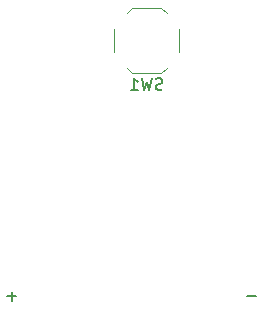
<source format=gbr>
G04 #@! TF.GenerationSoftware,KiCad,Pcbnew,(5.1.4)-1*
G04 #@! TF.CreationDate,2020-11-14T12:40:31-05:00*
G04 #@! TF.ProjectId,circuit,63697263-7569-4742-9e6b-696361645f70,rev?*
G04 #@! TF.SameCoordinates,Original*
G04 #@! TF.FileFunction,Legend,Bot*
G04 #@! TF.FilePolarity,Positive*
%FSLAX46Y46*%
G04 Gerber Fmt 4.6, Leading zero omitted, Abs format (unit mm)*
G04 Created by KiCad (PCBNEW (5.1.4)-1) date 2020-11-14 12:40:31*
%MOMM*%
%LPD*%
G04 APERTURE LIST*
%ADD10C,0.120000*%
%ADD11C,0.150000*%
G04 APERTURE END LIST*
D10*
X61800000Y-51040000D02*
X62250000Y-50590000D01*
X65200000Y-51040000D02*
X64750000Y-50590000D01*
X65200000Y-55640000D02*
X64750000Y-56090000D01*
X61800000Y-55640000D02*
X62250000Y-56090000D01*
X66250000Y-54340000D02*
X66250000Y-52340000D01*
X62250000Y-50590000D02*
X64750000Y-50590000D01*
X60750000Y-54340000D02*
X60750000Y-52340000D01*
X62250000Y-56090000D02*
X64750000Y-56090000D01*
D11*
X64833333Y-57494761D02*
X64690476Y-57542380D01*
X64452380Y-57542380D01*
X64357142Y-57494761D01*
X64309523Y-57447142D01*
X64261904Y-57351904D01*
X64261904Y-57256666D01*
X64309523Y-57161428D01*
X64357142Y-57113809D01*
X64452380Y-57066190D01*
X64642857Y-57018571D01*
X64738095Y-56970952D01*
X64785714Y-56923333D01*
X64833333Y-56828095D01*
X64833333Y-56732857D01*
X64785714Y-56637619D01*
X64738095Y-56590000D01*
X64642857Y-56542380D01*
X64404761Y-56542380D01*
X64261904Y-56590000D01*
X63928571Y-56542380D02*
X63690476Y-57542380D01*
X63500000Y-56828095D01*
X63309523Y-57542380D01*
X63071428Y-56542380D01*
X62166666Y-57542380D02*
X62738095Y-57542380D01*
X62452380Y-57542380D02*
X62452380Y-56542380D01*
X62547619Y-56685238D01*
X62642857Y-56780476D01*
X62738095Y-56828095D01*
X51689047Y-75001428D02*
X52450952Y-75001428D01*
X52070000Y-75382380D02*
X52070000Y-74620476D01*
X72009047Y-75001428D02*
X72770952Y-75001428D01*
M02*

</source>
